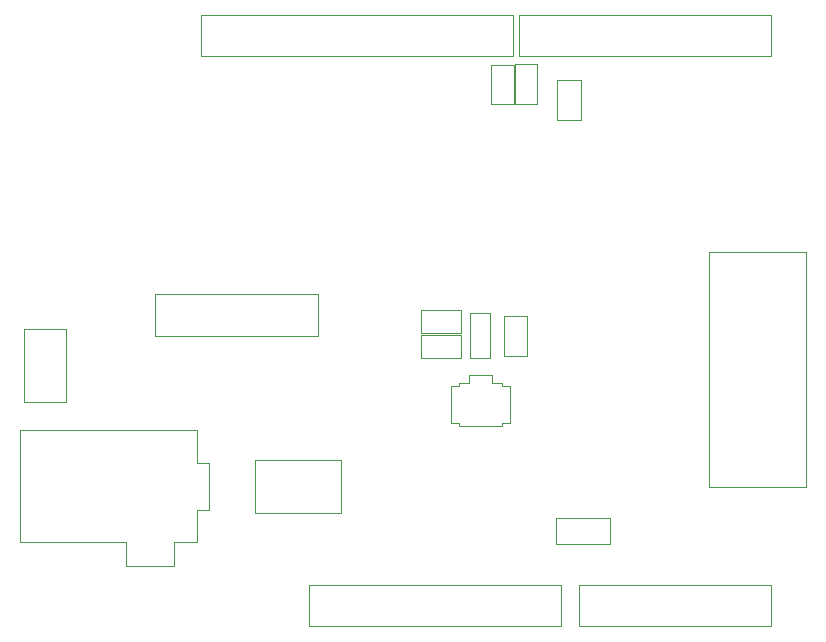
<source format=gbr>
%TF.GenerationSoftware,KiCad,Pcbnew,5.1.9+dfsg1-1~bpo10+1*%
%TF.CreationDate,2021-09-15T11:04:37+02:00*%
%TF.ProjectId,shield_temperature,73686965-6c64-45f7-9465-6d7065726174,1*%
%TF.SameCoordinates,Original*%
%TF.FileFunction,Other,User*%
%FSLAX46Y46*%
G04 Gerber Fmt 4.6, Leading zero omitted, Abs format (unit mm)*
G04 Created by KiCad (PCBNEW 5.1.9+dfsg1-1~bpo10+1) date 2021-09-15 11:04:37*
%MOMM*%
%LPD*%
G01*
G04 APERTURE LIST*
%ADD10C,0.050000*%
G04 APERTURE END LIST*
D10*
%TO.C,J5*%
X150688800Y-104279000D02*
X152688800Y-104279000D01*
X150688800Y-104979000D02*
X150688800Y-104279000D01*
X149888800Y-108379000D02*
X149888800Y-108579000D01*
X149188800Y-108379000D02*
X149888800Y-108379000D01*
X149888800Y-108579000D02*
X153488800Y-108579000D01*
X149888800Y-104979000D02*
X149888800Y-105179000D01*
X149188800Y-105179000D02*
X149888800Y-105179000D01*
X149188800Y-108379000D02*
X149188800Y-105179000D01*
X153488800Y-108379000D02*
X153488800Y-108579000D01*
X153488800Y-108379000D02*
X154188800Y-108379000D01*
X152688800Y-104979000D02*
X153488800Y-104979000D01*
X154188800Y-108379000D02*
X154188800Y-105179000D01*
X153488800Y-105179000D02*
X154188800Y-105179000D01*
X153488800Y-104979000D02*
X153488800Y-105179000D01*
X149888800Y-104979000D02*
X150688800Y-104979000D01*
X152688800Y-104979000D02*
X152688800Y-104279000D01*
%TO.C,R4*%
X155585200Y-102693900D02*
X153685200Y-102693900D01*
X153685200Y-102693900D02*
X153685200Y-99333900D01*
X153685200Y-99333900D02*
X155585200Y-99333900D01*
X155585200Y-99333900D02*
X155585200Y-102693900D01*
%TO.C,R3*%
X154493000Y-81361700D02*
X152593000Y-81361700D01*
X152593000Y-81361700D02*
X152593000Y-78001700D01*
X152593000Y-78001700D02*
X154493000Y-78001700D01*
X154493000Y-78001700D02*
X154493000Y-81361700D01*
%TO.C,R2*%
X156474200Y-81357900D02*
X154574200Y-81357900D01*
X154574200Y-81357900D02*
X154574200Y-77997900D01*
X154574200Y-77997900D02*
X156474200Y-77997900D01*
X156474200Y-77997900D02*
X156474200Y-81357900D01*
%TO.C,L1*%
X150762600Y-99026600D02*
X152462600Y-99026600D01*
X152462600Y-99026600D02*
X152462600Y-102866600D01*
X152462600Y-102866600D02*
X150762600Y-102866600D01*
X150762600Y-102866600D02*
X150762600Y-99026600D01*
%TO.C,C3*%
X150071600Y-100874000D02*
X150071600Y-102834000D01*
X150071600Y-102834000D02*
X146671600Y-102834000D01*
X146671600Y-102834000D02*
X146671600Y-100874000D01*
X146671600Y-100874000D02*
X150071600Y-100874000D01*
%TO.C,C2*%
X150061400Y-98765800D02*
X150061400Y-100725800D01*
X150061400Y-100725800D02*
X146661400Y-100725800D01*
X146661400Y-100725800D02*
X146661400Y-98765800D01*
X146661400Y-98765800D02*
X150061400Y-98765800D01*
%TO.C,C1*%
X160161800Y-82685400D02*
X158201800Y-82685400D01*
X158201800Y-82685400D02*
X158201800Y-79285400D01*
X158201800Y-79285400D02*
X160161800Y-79285400D01*
X160161800Y-79285400D02*
X160161800Y-82685400D01*
%TO.C,J4*%
X113008000Y-106575000D02*
X116608000Y-106575000D01*
X113008000Y-100425000D02*
X113008000Y-106575000D01*
X116608000Y-100425000D02*
X113008000Y-100425000D01*
X116608000Y-106575000D02*
X116608000Y-100425000D01*
%TO.C,J3*%
X127695200Y-109215800D02*
X127695200Y-108965800D01*
X127695200Y-108965800D02*
X112695200Y-108965800D01*
X127695200Y-109215800D02*
X127695200Y-111715800D01*
X127695200Y-111715800D02*
X128695200Y-111715800D01*
X128695200Y-111715800D02*
X128695200Y-115715800D01*
X128695200Y-115715800D02*
X127695200Y-115715800D01*
X127695200Y-115715800D02*
X127695200Y-118465800D01*
X127695200Y-118465800D02*
X125695200Y-118465800D01*
X125695200Y-118465800D02*
X125695200Y-120465800D01*
X125695200Y-120465800D02*
X121695200Y-120465800D01*
X121695200Y-120465800D02*
X121695200Y-118465800D01*
X121695200Y-118465800D02*
X112695200Y-118465800D01*
X112695200Y-118465800D02*
X112695200Y-108965800D01*
%TO.C,P1*%
X137188000Y-125575000D02*
X158488000Y-125575000D01*
X137188000Y-122075000D02*
X158488000Y-122075000D01*
X158488000Y-122075000D02*
X158488000Y-125575000D01*
X137188000Y-122075000D02*
X137188000Y-125575000D01*
%TO.C,P2*%
X160048000Y-125575000D02*
X176248000Y-125575000D01*
X160048000Y-122075000D02*
X176248000Y-122075000D01*
X176248000Y-122075000D02*
X176248000Y-125575000D01*
X160048000Y-122075000D02*
X160048000Y-125575000D01*
%TO.C,P3*%
X128044000Y-77315000D02*
X154444000Y-77315000D01*
X128044000Y-73815000D02*
X154444000Y-73815000D01*
X154444000Y-73815000D02*
X154444000Y-77315000D01*
X128044000Y-73815000D02*
X128044000Y-77315000D01*
%TO.C,P4*%
X154968000Y-77315000D02*
X176268000Y-77315000D01*
X154968000Y-73815000D02*
X176268000Y-73815000D01*
X176268000Y-73815000D02*
X176268000Y-77315000D01*
X154968000Y-73815000D02*
X154968000Y-77315000D01*
%TO.C,J1*%
X179248000Y-113765000D02*
X179248000Y-93865000D01*
X170998000Y-113765000D02*
X179248000Y-113765000D01*
X170998000Y-93865000D02*
X170998000Y-113765000D01*
X179248000Y-93865000D02*
X170998000Y-93865000D01*
%TO.C,R1*%
X158055500Y-116380400D02*
X162615500Y-116380400D01*
X158055500Y-118620400D02*
X158055500Y-116380400D01*
X162615500Y-118620400D02*
X158055500Y-118620400D01*
X162615500Y-116380400D02*
X162615500Y-118620400D01*
%TO.C,J2*%
X137918600Y-101012400D02*
X137918600Y-97412400D01*
X124168600Y-101012400D02*
X137918600Y-101012400D01*
X124168600Y-97412400D02*
X124168600Y-101012400D01*
X137918600Y-97412400D02*
X124168600Y-97412400D01*
%TO.C,D1*%
X139853800Y-111491200D02*
X139853800Y-115991200D01*
X132553800Y-111491200D02*
X139853800Y-111491200D01*
X132553800Y-115991200D02*
X132553800Y-111491200D01*
X139853800Y-115991200D02*
X132553800Y-115991200D01*
%TD*%
M02*

</source>
